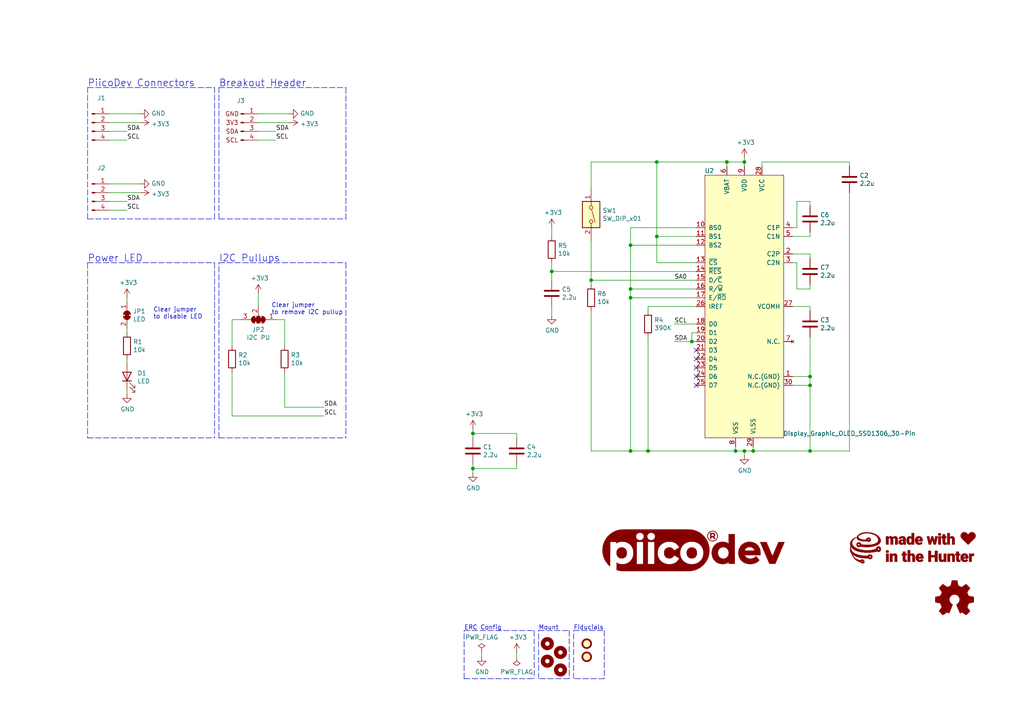
<source format=kicad_sch>
(kicad_sch (version 20211123) (generator eeschema)
  (paper "A4")
  (title_block (title "PiicoDev OLED SSD1306") (date "2022-02-25") (rev "12") (company "Core Electronics") (comment 1 "Designed at Core Electronics by Peter Johnston") (comment 2 "PiicoDev and the PiicoDev logo are trademarks of Core Electronics Pty Ltd") (comment 3 "License: CCASAv4.0 http://creativecommons.org/licenses/by-sa/4.0"))
  (lib_symbols
    (symbol "Connector:Conn_01x04_Male" (pin_names (offset 1.016) hide)
      (property "Reference" "J" (at 0 5.08 0))
      (property "Value" "Conn_01x04_Male" (at 0 -7.62 0))
      (symbol "Conn_01x04_Male_1_1"
        (pin passive line (at 5.08 2.54 180) (length 3.81) (name "Pin_1") (number "1"))
        (pin passive line (at 5.08 0 180) (length 3.81) (name "Pin_2") (number "2"))
        (pin passive line (at 5.08 -2.54 180) (length 3.81) (name "Pin_3") (number "3"))
        (pin passive line (at 5.08 -5.08 180) (length 3.81) (name "Pin_4") (number "4"))
      )
    )
    (symbol "CoreElectronics_Artwork:LOGO_CoreElectronics_no-text" (pin_names (offset 1.016)))
    (symbol "CoreElectronics_Artwork:LOGO_PiicoDev" (pin_names (offset 1.016)))
    (symbol "CoreElectronics_Artwork:LOGO_made-with-love" (pin_names (offset 1.016)))
    (symbol "CoreElectronics_Components:Conn_PiicoDev_header_01x04_Male" (pin_names (offset 1.016) hide)
      (property "Reference" "J" (at 0 7.62 0))
      (property "Value" "Conn_PiicoDev_header_01x04_Male" (at 0 -7.62 0))
      (symbol "Conn_PiicoDev_header_01x04_Male_0_0"
        (text "3V3" (at -2.54 2.54 0) (effects (font (size 1.27 1.27))))
        (text "GND" (at -2.54 5.08 0) (effects (font (size 1.27 1.27))))
        (text "SCL" (at -2.54 -2.54 0) (effects (font (size 1.27 1.27))))
        (text "SDA" (at -2.54 0 0) (effects (font (size 1.27 1.27))))
      )
      (symbol "Conn_PiicoDev_header_01x04_Male_1_1"
        (pin passive line (at 5.08 5.08 180) (length 3.81) (name "Pin_1") (number "1"))
        (pin passive line (at 5.08 2.54 180) (length 3.81) (name "Pin_2") (number "2"))
        (pin passive line (at 5.08 0 180) (length 3.81) (name "Pin_3") (number "3"))
        (pin passive line (at 5.08 -2.54 180) (length 3.81) (name "Pin_4") (number "4"))
      )
    )
    (symbol "CoreElectronics_Components:Display_Graphic_OLED_SSD1306_30-Pin" (pin_names (offset 1.016))
      (property "Reference" "U" (at -10.16 39.37 0))
      (property "Value" "Display_Graphic_OLED_SSD1306_30-Pin" (at 0 -39.37 0))
      (symbol "Display_Graphic_OLED_SSD1306_30-Pin_0_0"
        (pin passive line (at 13.97 -20.32 180) (length 2.54) (name "N.C.(GND)") (number "1"))
        (pin input line (at -13.97 22.86 0) (length 2.54) (name "BS0") (number "10"))
        (pin input line (at -13.97 20.32 0) (length 2.54) (name "BS1") (number "11"))
        (pin input line (at -13.97 17.78 0) (length 2.54) (name "BS2") (number "12"))
        (pin input line (at -13.97 12.7 0) (length 2.54) (name "~{CS}") (number "13"))
        (pin input line (at -13.97 10.16 0) (length 2.54) (name "~{RES}") (number "14"))
        (pin input line (at -13.97 7.62 0) (length 2.54) (name "D/~{C}") (number "15"))
        (pin input line (at -13.97 5.08 0) (length 2.54) (name "R/~{W}") (number "16"))
        (pin input line (at -13.97 2.54 0) (length 2.54) (name "E/~{RD}") (number "17"))
        (pin bidirectional line (at -13.97 -5.08 0) (length 2.54) (name "D0") (number "18"))
        (pin bidirectional line (at -13.97 -7.62 0) (length 2.54) (name "D1") (number "19"))
        (pin passive line (at 13.97 15.24 180) (length 2.54) (name "C2P") (number "2"))
        (pin bidirectional line (at -13.97 -10.16 0) (length 2.54) (name "D2") (number "20"))
        (pin bidirectional line (at -13.97 -12.7 0) (length 2.54) (name "D3") (number "21"))
        (pin bidirectional line (at -13.97 -15.24 0) (length 2.54) (name "D4") (number "22"))
        (pin bidirectional line (at -13.97 -17.78 0) (length 2.54) (name "D5") (number "23"))
        (pin bidirectional line (at -13.97 -20.32 0) (length 2.54) (name "D6") (number "24"))
        (pin bidirectional line (at -13.97 -22.86 0) (length 2.54) (name "D7") (number "25"))
        (pin input line (at -13.97 0 0) (length 2.54) (name "IREF") (number "26"))
        (pin output line (at 13.97 0 180) (length 2.54) (name "VCOMH") (number "27"))
        (pin power_out line (at 5.08 40.64 270) (length 2.54) (name "VCC") (number "28"))
        (pin power_in line (at 2.54 -40.64 90) (length 2.54) (name "VLSS") (number "29"))
        (pin passive line (at 13.97 12.7 180) (length 2.54) (name "C2N") (number "3"))
        (pin passive line (at 13.97 -22.86 180) (length 2.54) (name "N.C.(GND)") (number "30"))
        (pin passive line (at 13.97 22.86 180) (length 2.54) (name "C1P") (number "4"))
        (pin passive line (at 13.97 20.32 180) (length 2.54) (name "C1N") (number "5"))
        (pin power_in line (at -5.08 40.64 270) (length 2.54) (name "VBAT") (number "6"))
        (pin no_connect line (at 13.97 -10.16 180) (length 2.54) (name "N.C.") (number "7"))
        (pin power_in line (at -2.54 -40.64 90) (length 2.54) (name "VSS") (number "8"))
        (pin power_in line (at 0 40.64 270) (length 2.54) (name "VDD") (number "9"))
      )
    )
    (symbol "Device:C" (pin_numbers hide) (pin_names (offset 0.254))
      (property "Reference" "C" (at 0.635 2.54 0))
      (property "Value" "C" (at 0.635 -2.54 0))
      (symbol "C_1_1"
        (pin passive line (at 0 3.81 270) (length 2.794) (name "~") (number "1"))
        (pin passive line (at 0 -3.81 90) (length 2.794) (name "~") (number "2"))
      )
    )
    (symbol "Device:LED" (pin_numbers hide) (pin_names (offset 1.016) hide)
      (property "Reference" "D" (at 0 2.54 0))
      (property "Value" "LED" (at 0 -2.54 0))
      (symbol "LED_1_1"
        (pin passive line (at -3.81 0 0) (length 2.54) (name "K") (number "1"))
        (pin passive line (at 3.81 0 180) (length 2.54) (name "A") (number "2"))
      )
    )
    (symbol "Device:R" (pin_numbers hide) (pin_names (offset 0))
      (property "Reference" "R" (at 2.032 0 90))
      (property "Value" "R" (at 0 0 90))
      (symbol "R_1_1"
        (pin passive line (at 0 3.81 270) (length 1.27) (name "~") (number "1"))
        (pin passive line (at 0 -3.81 90) (length 1.27) (name "~") (number "2"))
      )
    )
    (symbol "Graphic:Logo_Open_Hardware_Small" (pin_names (offset 1.016)))
    (symbol "Jumper:SolderJumper_2_Bridged" (pin_names (offset 0) hide)
      (property "Reference" "JP" (at 0 2.032 0))
      (property "Value" "SolderJumper_2_Bridged" (at 0 -2.54 0))
      (symbol "SolderJumper_2_Bridged_1_1"
        (pin passive line (at -3.81 0 0) (length 2.54) (name "A") (number "1"))
        (pin passive line (at 3.81 0 180) (length 2.54) (name "B") (number "2"))
      )
    )
    (symbol "Jumper:SolderJumper_3_Bridged123" (pin_names (offset 0) hide)
      (property "Reference" "JP" (at -2.54 -2.54 0))
      (property "Value" "SolderJumper_3_Bridged123" (at 0 2.794 0))
      (symbol "SolderJumper_3_Bridged123_1_1"
        (pin passive line (at -5.08 0 0) (length 2.54) (name "A") (number "1"))
        (pin input line (at 0 -3.81 90) (length 2.54) (name "C") (number "2"))
        (pin passive line (at 5.08 0 180) (length 2.54) (name "B") (number "3"))
      )
    )
    (symbol "Mechanical:Fiducial"
      (property "Reference" "FID" (at 0 5.08 0))
      (property "Value" "Fiducial" (at 0 3.175 0))
    )
    (symbol "Mechanical:MountingHole" (pin_names (offset 1.016))
      (property "Reference" "H" (at 0 5.08 0))
      (property "Value" "MountingHole" (at 0 3.175 0))
    )
    (symbol "Switch:SW_DIP_x01" (pin_names (offset 0) hide)
      (property "Reference" "SW" (at 0 3.81 0))
      (property "Value" "SW_DIP_x01" (at 0 -3.81 0))
      (symbol "SW_DIP_x01_1_1"
        (pin passive line (at -7.62 0 0) (length 5.08) (name "~") (number "1"))
        (pin passive line (at 7.62 0 180) (length 5.08) (name "~") (number "2"))
      )
    )
    (symbol "power:+3V3" (power) (pin_names (offset 0))
      (property "Value" "+3V3" (at 0 3.556 0))
      (symbol "+3V3_1_1"
        (pin power_in line (at 0 0 90) (length 0) hide (name "+3V3") (number "1"))
      )
    )
    (symbol "power:GND" (power) (pin_names (offset 0))
      (property "Value" "GND" (at 0 -3.81 0))
      (symbol "GND_1_1"
        (pin power_in line (at 0 0 270) (length 0) hide (name "GND") (number "1"))
      )
    )
    (symbol "power:PWR_FLAG" (power) (pin_numbers hide) (pin_names (offset 0) hide)
      (property "Value" "PWR_FLAG" (at 0 3.81 0))
      (symbol "PWR_FLAG_0_0"
        (pin power_out line (at 0 0 90) (length 0) (name "pwr") (number "1"))
      )
    )
  )
  (junction (at 190.5 68.58))
  (junction (at 187.96 130.81))
  (junction (at 182.88 71.12))
  (junction (at 137.16 135.89))
  (junction (at 137.16 125.73))
  (junction (at 182.88 130.81))
  (junction (at 182.88 86.36))
  (junction (at 213.36 130.81))
  (junction (at 160.02 78.74))
  (junction (at 190.5 46.99))
  (junction (at 171.45 81.28))
  (junction (at 234.95 111.76))
  (junction (at 218.44 130.81))
  (junction (at 215.9 130.81))
  (junction (at 234.95 130.81))
  (junction (at 215.9 46.99))
  (junction (at 210.82 46.99))
  (junction (at 200.66 99.06))
  (junction (at 234.95 109.22))
  (junction (at 182.88 83.82))
  (no_connect (at 201.93 104.14))
  (no_connect (at 201.93 109.22))
  (no_connect (at 201.93 101.6))
  (no_connect (at 201.93 106.68))
  (no_connect (at 201.93 111.76))
  (wire (pts (xy 137.16 135.89) (xy 149.86 135.89)))
  (wire (pts (xy 234.95 109.22) (xy 234.95 111.76)))
  (wire (pts (xy 40.64 33.02) (xy 31.75 33.02)))
  (wire (pts (xy 215.9 46.99) (xy 215.9 45.72)))
  (polyline (pts (xy 100.33 25.4) (xy 100.33 63.5)))
  (wire (pts (xy 82.55 107.95) (xy 82.55 118.11)))
  (wire (pts (xy 82.55 100.33) (xy 82.55 92.71)))
  (wire (pts (xy 190.5 76.2) (xy 190.5 68.58)))
  (wire (pts (xy 160.02 78.74) (xy 201.93 78.74)))
  (polyline (pts (xy 165.1 196.85) (xy 156.21 196.85)))
  (polyline (pts (xy 156.21 182.88) (xy 165.1 182.88)))
  (wire (pts (xy 182.88 66.04) (xy 201.93 66.04)))
  (polyline (pts (xy 134.62 196.85) (xy 134.62 182.88)))
  (wire (pts (xy 171.45 54.61) (xy 171.45 46.99)))
  (wire (pts (xy 149.86 189.23) (xy 149.86 190.5)))
  (polyline (pts (xy 63.5 127) (xy 63.5 76.2)))
  (wire (pts (xy 200.66 96.52) (xy 200.66 99.06)))
  (wire (pts (xy 215.9 130.81) (xy 215.9 132.08)))
  (wire (pts (xy 67.31 100.33) (xy 67.31 92.71)))
  (wire (pts (xy 213.36 130.81) (xy 215.9 130.81)))
  (wire (pts (xy 229.87 68.58) (xy 234.95 68.58)))
  (polyline (pts (xy 175.26 196.85) (xy 166.37 196.85)))
  (wire (pts (xy 137.16 125.73) (xy 149.86 125.73)))
  (wire (pts (xy 82.55 118.11) (xy 93.98 118.11)))
  (wire (pts (xy 231.14 66.04) (xy 229.87 66.04)))
  (polyline (pts (xy 25.4 76.2) (xy 25.4 127)))
  (wire (pts (xy 182.88 86.36) (xy 201.93 86.36)))
  (wire (pts (xy 187.96 97.79) (xy 187.96 130.81)))
  (wire (pts (xy 229.87 73.66) (xy 234.95 73.66)))
  (wire (pts (xy 67.31 107.95) (xy 67.31 120.65)))
  (wire (pts (xy 80.01 38.1) (xy 74.93 38.1)))
  (wire (pts (xy 67.31 92.71) (xy 69.85 92.71)))
  (wire (pts (xy 182.88 71.12) (xy 182.88 83.82)))
  (wire (pts (xy 210.82 48.26) (xy 210.82 46.99)))
  (wire (pts (xy 229.87 109.22) (xy 234.95 109.22)))
  (wire (pts (xy 234.95 83.82) (xy 231.14 83.82)))
  (wire (pts (xy 36.83 87.63) (xy 36.83 86.36)))
  (wire (pts (xy 80.01 40.64) (xy 74.93 40.64)))
  (wire (pts (xy 67.31 120.65) (xy 93.98 120.65)))
  (wire (pts (xy 234.95 68.58) (xy 234.95 67.31)))
  (wire (pts (xy 149.86 134.62) (xy 149.86 135.89)))
  (wire (pts (xy 246.38 130.81) (xy 234.95 130.81)))
  (wire (pts (xy 229.87 88.9) (xy 234.95 88.9)))
  (polyline (pts (xy 25.4 63.5) (xy 62.23 63.5)))
  (polyline (pts (xy 166.37 196.85) (xy 166.37 182.88)))
  (wire (pts (xy 213.36 129.54) (xy 213.36 130.81)))
  (wire (pts (xy 160.02 78.74) (xy 160.02 81.28)))
  (wire (pts (xy 201.93 76.2) (xy 190.5 76.2)))
  (wire (pts (xy 36.83 40.64) (xy 31.75 40.64)))
  (wire (pts (xy 246.38 55.88) (xy 246.38 130.81)))
  (wire (pts (xy 36.83 114.3) (xy 36.83 113.03)))
  (wire (pts (xy 182.88 130.81) (xy 187.96 130.81)))
  (wire (pts (xy 137.16 124.46) (xy 137.16 125.73)))
  (wire (pts (xy 182.88 83.82) (xy 182.88 86.36)))
  (wire (pts (xy 160.02 66.04) (xy 160.02 68.58)))
  (wire (pts (xy 31.75 35.56) (xy 40.64 35.56)))
  (polyline (pts (xy 25.4 25.4) (xy 62.23 25.4)))
  (polyline (pts (xy 25.4 127) (xy 62.23 127)))
  (wire (pts (xy 234.95 59.69) (xy 234.95 58.42)))
  (polyline (pts (xy 63.5 25.4) (xy 100.33 25.4)))
  (polyline (pts (xy 62.23 76.2) (xy 62.23 127)))
  (wire (pts (xy 200.66 99.06) (xy 201.93 99.06)))
  (wire (pts (xy 36.83 60.96) (xy 31.75 60.96)))
  (wire (pts (xy 182.88 86.36) (xy 182.88 130.81)))
  (polyline (pts (xy 100.33 76.2) (xy 100.33 127)))
  (wire (pts (xy 190.5 68.58) (xy 190.5 46.99)))
  (polyline (pts (xy 156.21 196.85) (xy 156.21 182.88)))
  (polyline (pts (xy 63.5 63.5) (xy 100.33 63.5)))
  (wire (pts (xy 231.14 76.2) (xy 229.87 76.2)))
  (polyline (pts (xy 175.26 182.88) (xy 175.26 196.85)))
  (wire (pts (xy 229.87 111.76) (xy 234.95 111.76)))
  (wire (pts (xy 234.95 111.76) (xy 234.95 130.81)))
  (polyline (pts (xy 62.23 63.5) (xy 62.23 25.4)))
  (polyline (pts (xy 63.5 63.5) (xy 63.5 25.4)))
  (wire (pts (xy 149.86 125.73) (xy 149.86 127)))
  (wire (pts (xy 160.02 88.9) (xy 160.02 91.44)))
  (wire (pts (xy 74.93 35.56) (xy 83.82 35.56)))
  (wire (pts (xy 187.96 88.9) (xy 201.93 88.9)))
  (wire (pts (xy 82.55 92.71) (xy 80.01 92.71)))
  (wire (pts (xy 171.45 130.81) (xy 182.88 130.81)))
  (polyline (pts (xy 134.62 182.88) (xy 154.94 182.88)))
  (wire (pts (xy 234.95 73.66) (xy 234.95 74.93)))
  (wire (pts (xy 234.95 88.9) (xy 234.95 90.17)))
  (polyline (pts (xy 134.62 196.85) (xy 154.94 196.85)))
  (wire (pts (xy 31.75 55.88) (xy 40.64 55.88)))
  (wire (pts (xy 36.83 105.41) (xy 36.83 104.14)))
  (wire (pts (xy 218.44 130.81) (xy 215.9 130.81)))
  (wire (pts (xy 36.83 58.42) (xy 31.75 58.42)))
  (wire (pts (xy 246.38 46.99) (xy 246.38 48.26)))
  (wire (pts (xy 210.82 46.99) (xy 215.9 46.99)))
  (wire (pts (xy 220.98 48.26) (xy 220.98 46.99)))
  (wire (pts (xy 182.88 66.04) (xy 182.88 71.12)))
  (wire (pts (xy 160.02 76.2) (xy 160.02 78.74)))
  (wire (pts (xy 137.16 134.62) (xy 137.16 135.89)))
  (polyline (pts (xy 63.5 127) (xy 100.33 127)))
  (wire (pts (xy 201.93 93.98) (xy 195.58 93.98)))
  (wire (pts (xy 182.88 71.12) (xy 201.93 71.12)))
  (wire (pts (xy 171.45 81.28) (xy 171.45 82.55)))
  (wire (pts (xy 36.83 38.1) (xy 31.75 38.1)))
  (wire (pts (xy 74.93 85.09) (xy 74.93 88.9)))
  (wire (pts (xy 36.83 96.52) (xy 36.83 95.25)))
  (polyline (pts (xy 166.37 182.88) (xy 175.26 182.88)))
  (wire (pts (xy 215.9 48.26) (xy 215.9 46.99)))
  (wire (pts (xy 171.45 46.99) (xy 190.5 46.99)))
  (wire (pts (xy 40.64 53.34) (xy 31.75 53.34)))
  (wire (pts (xy 234.95 82.55) (xy 234.95 83.82)))
  (wire (pts (xy 187.96 130.81) (xy 213.36 130.81)))
  (wire (pts (xy 171.45 81.28) (xy 201.93 81.28)))
  (wire (pts (xy 218.44 130.81) (xy 234.95 130.81)))
  (wire (pts (xy 182.88 83.82) (xy 201.93 83.82)))
  (wire (pts (xy 220.98 46.99) (xy 246.38 46.99)))
  (wire (pts (xy 218.44 129.54) (xy 218.44 130.81)))
  (wire (pts (xy 231.14 58.42) (xy 231.14 66.04)))
  (wire (pts (xy 200.66 99.06) (xy 195.58 99.06)))
  (wire (pts (xy 234.95 58.42) (xy 231.14 58.42)))
  (wire (pts (xy 137.16 135.89) (xy 137.16 137.16)))
  (polyline (pts (xy 25.4 76.2) (xy 62.23 76.2)))
  (polyline (pts (xy 154.94 182.88) (xy 154.94 196.85)))
  (wire (pts (xy 234.95 97.79) (xy 234.95 109.22)))
  (wire (pts (xy 201.93 68.58) (xy 190.5 68.58)))
  (wire (pts (xy 171.45 69.85) (xy 171.45 81.28)))
  (polyline (pts (xy 165.1 182.88) (xy 165.1 196.85)))
  (wire (pts (xy 187.96 88.9) (xy 187.96 90.17)))
  (wire (pts (xy 139.7 189.23) (xy 139.7 190.5)))
  (wire (pts (xy 83.82 33.02) (xy 74.93 33.02)))
  (wire (pts (xy 137.16 125.73) (xy 137.16 127)))
  (polyline (pts (xy 63.5 76.2) (xy 100.33 76.2)))
  (polyline (pts (xy 25.4 63.5) (xy 25.4 25.4)))
  (wire (pts (xy 201.93 96.52) (xy 200.66 96.52)))
  (wire (pts (xy 190.5 46.99) (xy 210.82 46.99)))
  (wire (pts (xy 171.45 90.17) (xy 171.45 130.81)))
  (wire (pts (xy 231.14 83.82) (xy 231.14 76.2)))
  (text "PiicoDev Connectors" (at 25.4 25.4 0) (effects (font (size 2.0066 2.0066)) (justify left bottom)))
  (text "Breakout Header" (at 63.5 25.4 0) (effects (font (size 2.0066 2.0066)) (justify left bottom)))
  (text "Clear jumper \nto disable LED" (at 44.45 92.71 0) (effects (font (size 1.27 1.27)) (justify left bottom)))
  (text "Power LED" (at 25.4 76.2 0) (effects (font (size 2.0066 2.0066)) (justify left bottom)))
  (text "Clear jumper \nto remove I2C pullup" (at 78.74 91.44 0) (effects (font (size 1.27 1.27)) (justify left bottom)))
  (text "ERC Config" (at 134.62 182.88 0) (effects (font (size 1.27 1.27)) (justify left bottom)))
  (text "Fiducials" (at 166.37 182.88 0) (effects (font (size 1.27 1.27)) (justify left bottom)))
  (text "Mount" (at 156.21 182.88 0) (effects (font (size 1.27 1.27)) (justify left bottom)))
  (text "I2C Pullups" (at 63.5 76.2 0) (effects (font (size 2.0066 2.0066)) (justify left bottom)))
  (label "SDA" (at 80.01 38.1 0))
  (label "SCL" (at 36.83 60.96 0))
  (label "SCL" (at 195.58 93.98 0))
  (label "SCL" (at 36.83 40.64 0))
  (label "SDA" (at 195.58 99.06 0))
  (label "SA0" (at 195.58 81.28 0))
  (label "SCL" (at 93.98 120.65 0))
  (label "SDA" (at 36.83 38.1 0))
  (label "SCL" (at 80.01 40.64 0))
  (label "SDA" (at 36.83 58.42 0))
  (label "SDA" (at 93.98 118.11 0))
  (symbol (lib_id "CoreElectronics_Artwork:LOGO_PiicoDev") (at 203.2 160.02 0) (unit 1)
    (property "Reference" "#G1" (effects hide))
    (property "Value" "LOGO_PiicoDev" (effects hide))
  )
  (symbol (lib_id "CoreElectronics_Artwork:LOGO_made-with-love") (at 269.24 158.75 0) (unit 1)
    (property "Reference" "G3" (effects hide))
    (property "Value" "LOGO_made-with-love" (effects hide))
    (property "Footprint" "CoreElectronics_Artwork:piicodev_logo_14.2x3.4mm" (effects hide))
  )
  (symbol (lib_id "CoreElectronics_Artwork:LOGO_CoreElectronics_no-text") (at 251.46 158.75 0) (unit 1)
    (property "Reference" "G2" (effects hide))
    (property "Value" "LOGO_CoreElectronics_no-text" (effects hide))
    (property "Footprint" "CoreElectronics_Artwork:CoreElectronics_logo_5mm" (effects hide))
  )
  (symbol (lib_id "Graphic:Logo_Open_Hardware_Small") (at 276.86 173.99 0) (unit 1)
    (property "Reference" "LOGO1" (effects hide))
    (property "Value" "Logo_Open_Hardware_Small" (effects hide))
    (property "Footprint" "CoreElectronics_Artwork:oshw" (effects hide))
  )
  (symbol (lib_id "power:PWR_FLAG") (at 139.7 189.23 0) (unit 1)
    (property "Reference" "#FLG0101" (effects hide))
    (property "Value" "PWR_FLAG" (at 139.7 184.8358 0))
  )
  (symbol (lib_id "power:PWR_FLAG") (at 149.86 190.5 180) (unit 1)
    (property "Reference" "#FLG0102" (effects hide))
    (property "Value" "PWR_FLAG" (at 149.86 194.8942 0))
  )
  (symbol (lib_id "power:GND") (at 139.7 190.5 0) (unit 1)
    (property "Reference" "#PWR0101" (effects hide))
    (property "Value" "GND" (at 139.827 194.8942 0))
  )
  (symbol (lib_id "power:+3V3") (at 149.86 189.23 0) (unit 1)
    (property "Reference" "#PWR0102" (effects hide))
    (property "Value" "+3V3" (at 150.241 184.8358 0))
  )
  (symbol (lib_id "Mechanical:MountingHole") (at 158.75 191.77 0) (unit 1)
    (property "Reference" "H2" (effects hide))
    (property "Value" "MountingHole" (effects hide))
    (property "Footprint" "CoreElectronics_Components:MountingHole_2.7mm_M2.5_PadClearance_1.2" (effects hide))
  )
  (symbol (lib_id "Mechanical:MountingHole") (at 158.75 186.69 0) (unit 1)
    (property "Reference" "H1" (effects hide))
    (property "Value" "MountingHole" (effects hide))
    (property "Footprint" "CoreElectronics_Components:MountingHole_2.7mm_M2.5_PadClearance_1.2" (effects hide))
  )
  (symbol (lib_id "Mechanical:Fiducial") (at 170.18 190.5 0) (unit 1)
    (property "Reference" "FID2" (effects hide))
    (property "Value" "Fiducial" (effects hide))
    (property "Footprint" "Fiducial:Fiducial_1mm_Mask2mm" (effects hide))
  )
  (symbol (lib_id "Mechanical:Fiducial") (at 170.18 186.69 0) (unit 1)
    (property "Reference" "FID1" (effects hide))
    (property "Value" "Fiducial" (effects hide))
    (property "Footprint" "Fiducial:Fiducial_1mm_Mask2mm" (effects hide))
  )
  (symbol (lib_id "Connector:Conn_01x04_Male") (at 26.67 35.56 0) (unit 1)
    (property "Reference" "J1" (at 29.4132 28.4226 0))
    (property "Value" " " (at 29.4132 30.734 0))
    (property "Footprint" "Connector_JST:JST_SH_SM04B-SRSS-TB_1x04-1MP_P1.00mm_Horizontal" (effects hide))
  )
  (symbol (lib_id "power:+3V3") (at 40.64 35.56 270) (unit 1)
    (property "Reference" "#PWR0103" (effects hide))
    (property "Value" "+3V3" (at 43.8912 35.941 90) (effects (justify left)))
  )
  (symbol (lib_id "power:GND") (at 40.64 33.02 90) (unit 1)
    (property "Reference" "#PWR0104" (effects hide))
    (property "Value" "GND" (at 43.8912 32.893 90) (effects (justify right)))
  )
  (symbol (lib_id "Connector:Conn_01x04_Male") (at 26.67 55.88 0) (unit 1)
    (property "Reference" "J2" (at 29.4132 48.7426 0))
    (property "Value" " " (at 29.4132 51.054 0))
    (property "Footprint" "Connector_JST:JST_SH_SM04B-SRSS-TB_1x04-1MP_P1.00mm_Horizontal" (effects hide))
  )
  (symbol (lib_id "power:+3V3") (at 40.64 55.88 270) (unit 1)
    (property "Reference" "#PWR0105" (effects hide))
    (property "Value" "+3V3" (at 43.8912 56.261 90) (effects (justify left)))
  )
  (symbol (lib_id "power:GND") (at 40.64 53.34 90) (unit 1)
    (property "Reference" "#PWR0106" (effects hide))
    (property "Value" "GND" (at 43.8912 53.213 90) (effects (justify right)))
  )
  (symbol (lib_id "power:+3V3") (at 83.82 35.56 270) (unit 1)
    (property "Reference" "#PWR0107" (effects hide))
    (property "Value" "+3V3" (at 87.0712 35.941 90) (effects (justify left)))
  )
  (symbol (lib_id "power:GND") (at 83.82 33.02 90) (unit 1)
    (property "Reference" "#PWR0108" (effects hide))
    (property "Value" "GND" (at 87.0712 32.893 90) (effects (justify right)))
  )
  (symbol (lib_id "CoreElectronics_Components:Conn_PiicoDev_header_01x04_Male") (at 69.85 38.1 0) (unit 1)
    (property "Reference" "J3" (at 69.85 29.21 0))
    (property "Value" "Conn_PiicoDev_header_01x04_Male" (effects hide))
    (property "Footprint" "CoreElectronics_Components:PiicoDev_header_4pin_no_labels" (effects hide))
  )
  (symbol (lib_id "Device:R") (at 82.55 104.14 0) (unit 1)
    (property "Reference" "R3" (at 84.328 102.9716 0) (effects (justify left)))
    (property "Value" "10k" (at 84.328 105.283 0) (effects (justify left)))
    (property "Footprint" "Resistor_SMD:R_0402_1005Metric" (effects hide))
  )
  (symbol (lib_id "Jumper:SolderJumper_3_Bridged123") (at 74.93 92.71 180) (unit 1)
    (property "Reference" "JP2" (at 74.93 95.5802 0))
    (property "Value" "I2C PU" (at 74.93 97.8916 0))
    (property "Footprint" "CoreElectronics_Components:SolderJumper-3_P1.3mm_Closed_RoundedPad1.0x1.5mm_NumberLabels" (effects hide))
  )
  (symbol (lib_id "Device:R") (at 67.31 104.14 0) (unit 1)
    (property "Reference" "R2" (at 69.088 102.9716 0) (effects (justify left)))
    (property "Value" "10k" (at 69.088 105.283 0) (effects (justify left)))
    (property "Footprint" "Resistor_SMD:R_0402_1005Metric" (effects hide))
  )
  (symbol (lib_id "power:+3V3") (at 74.93 85.09 0) (unit 1)
    (property "Reference" "#PWR0109" (effects hide))
    (property "Value" "+3V3" (at 75.311 80.6958 0))
  )
  (symbol (lib_id "Device:LED") (at 36.83 109.22 90) (unit 1)
    (property "Reference" "D1" (at 39.8272 108.2294 90) (effects (justify right)))
    (property "Value" "LED" (at 39.8272 110.5408 90) (effects (justify right)))
    (property "Footprint" "LED_SMD:LED_0603_1608Metric" (effects hide))
  )
  (symbol (lib_id "power:GND") (at 36.83 114.3 0) (unit 1)
    (property "Reference" "#PWR0110" (effects hide))
    (property "Value" "GND" (at 36.957 118.6942 0))
  )
  (symbol (lib_id "power:+3V3") (at 36.83 86.36 0) (unit 1)
    (property "Reference" "#PWR0111" (effects hide))
    (property "Value" "+3V3" (at 37.211 81.9658 0))
  )
  (symbol (lib_id "Jumper:SolderJumper_2_Bridged") (at 36.83 91.44 270) (unit 1)
    (property "Reference" "JP1" (at 38.5572 90.2716 90) (effects (justify left)))
    (property "Value" "LED" (at 38.5572 92.583 90) (effects (justify left)))
    (property "Footprint" "CoreElectronics_Components:SolderJumper-2_P1.3mm_Bridged_RoundedPad1.0x1.5mm" (effects hide))
  )
  (symbol (lib_id "Device:R") (at 36.83 100.33 0) (unit 1)
    (property "Reference" "R1" (at 38.608 99.1616 0) (effects (justify left)))
    (property "Value" "10k" (at 38.608 101.473 0) (effects (justify left)))
    (property "Footprint" "Resistor_SMD:R_0402_1005Metric" (effects hide))
  )
  (symbol (lib_id "Device:C") (at 137.16 130.81 0) (unit 1)
    (property "Reference" "C1" (at 140.081 129.6416 0) (effects (justify left)))
    (property "Value" "2.2u" (at 140.081 131.953 0) (effects (justify left)))
    (property "Footprint" "Capacitor_SMD:C_0402_1005Metric" (effects hide))
  )
  (symbol (lib_id "Device:C") (at 246.38 52.07 0) (unit 1)
    (property "Reference" "C2" (at 249.301 50.9016 0) (effects (justify left)))
    (property "Value" "2.2u" (at 249.301 53.213 0) (effects (justify left)))
    (property "Footprint" "Capacitor_SMD:C_0402_1005Metric" (effects hide))
  )
  (symbol (lib_id "Device:C") (at 234.95 63.5 0) (unit 1)
    (property "Reference" "C6" (at 237.871 62.3316 0) (effects (justify left)))
    (property "Value" "2.2u" (at 237.871 64.643 0) (effects (justify left)))
    (property "Footprint" "Capacitor_SMD:C_0402_1005Metric" (effects hide))
  )
  (symbol (lib_id "Device:R") (at 187.96 93.98 0) (unit 1)
    (property "Reference" "R4" (at 189.738 92.8116 0) (effects (justify left)))
    (property "Value" "390K" (at 189.738 95.123 0) (effects (justify left)))
    (property "Footprint" "Resistor_SMD:R_0402_1005Metric" (effects hide))
  )
  (symbol (lib_id "Device:C") (at 234.95 93.98 0) (unit 1)
    (property "Reference" "C3" (at 237.871 92.8116 0) (effects (justify left)))
    (property "Value" "2.2u" (at 237.871 95.123 0) (effects (justify left)))
    (property "Footprint" "Capacitor_SMD:C_0402_1005Metric" (effects hide))
  )
  (symbol (lib_id "Device:C") (at 234.95 78.74 0) (unit 1)
    (property "Reference" "C7" (at 237.871 77.5716 0) (effects (justify left)))
    (property "Value" "2.2u" (at 237.871 79.883 0) (effects (justify left)))
    (property "Footprint" "Capacitor_SMD:C_0402_1005Metric" (effects hide))
  )
  (symbol (lib_id "CoreElectronics_Components:Display_Graphic_OLED_SSD1306_30-Pin") (at 215.9 88.9 0) (unit 1)
    (property "Reference" "U2" (at 205.74 49.53 0))
    (property "Value" "Display_Graphic_OLED_SSD1306_30-Pin" (at 246.38 125.73 0))
    (property "Footprint" "Display:OLED-128O064D" (effects hide))
  )
  (symbol (lib_id "power:GND") (at 215.9 132.08 0) (unit 1)
    (property "Reference" "#PWR06" (effects hide))
    (property "Value" "GND" (at 216.027 136.4742 0))
  )
  (symbol (lib_id "power:+3V3") (at 215.9 45.72 0) (unit 1)
    (property "Reference" "#PWR05" (effects hide))
    (property "Value" "+3V3" (at 216.281 41.3258 0))
  )
  (symbol (lib_id "power:+3V3") (at 160.02 66.04 0) (unit 1)
    (property "Reference" "#PWR03" (effects hide))
    (property "Value" "+3V3" (at 160.401 61.6458 0))
  )
  (symbol (lib_id "Device:R") (at 160.02 72.39 0) (unit 1)
    (property "Reference" "R5" (at 161.798 71.2216 0) (effects (justify left)))
    (property "Value" "10k" (at 161.798 73.533 0) (effects (justify left)))
    (property "Footprint" "Resistor_SMD:R_0402_1005Metric" (effects hide))
  )
  (symbol (lib_id "Device:C") (at 160.02 85.09 0) (unit 1)
    (property "Reference" "C5" (at 162.941 83.9216 0) (effects (justify left)))
    (property "Value" "2.2u" (at 162.941 86.233 0) (effects (justify left)))
    (property "Footprint" "Capacitor_SMD:C_0402_1005Metric" (effects hide))
  )
  (symbol (lib_id "power:GND") (at 160.02 91.44 0) (unit 1)
    (property "Reference" "#PWR04" (effects hide))
    (property "Value" "GND" (at 160.147 95.8342 0))
  )
  (symbol (lib_id "Device:R") (at 171.45 86.36 0) (unit 1)
    (property "Reference" "R6" (at 173.228 85.1916 0) (effects (justify left)))
    (property "Value" "10k" (at 173.228 87.503 0) (effects (justify left)))
    (property "Footprint" "Resistor_SMD:R_0402_1005Metric" (effects hide))
  )
  (symbol (lib_id "Device:C") (at 149.86 130.81 0) (unit 1)
    (property "Reference" "C4" (at 152.781 129.6416 0) (effects (justify left)))
    (property "Value" "2.2u" (at 152.781 131.953 0) (effects (justify left)))
    (property "Footprint" "Capacitor_SMD:C_0402_1005Metric" (effects hide))
  )
  (symbol (lib_id "power:GND") (at 137.16 137.16 0) (unit 1)
    (property "Reference" "#PWR02" (effects hide))
    (property "Value" "GND" (at 137.287 141.5542 0))
  )
  (symbol (lib_id "power:+3V3") (at 137.16 124.46 0) (unit 1)
    (property "Reference" "#PWR01" (effects hide))
    (property "Value" "+3V3" (at 137.541 120.0658 0))
  )
  (symbol (lib_id "Mechanical:MountingHole") (at 162.56 189.23 0) (unit 1)
    (property "Reference" "H3" (effects hide))
    (property "Value" "MountingHole" (effects hide))
    (property "Footprint" "PiicoDev OLED SSD1306:OLED_SSD1306_Hole" (effects hide))
  )
  (symbol (lib_id "Mechanical:MountingHole") (at 162.56 194.31 0) (unit 1)
    (property "Reference" "H4" (effects hide))
    (property "Value" "MountingHole" (effects hide))
    (property "Footprint" "PiicoDev OLED SSD1306:OLED_SSD1306_Hole" (effects hide))
  )
  (symbol (lib_id "Switch:SW_DIP_x01") (at 171.45 62.23 270) (unit 1)
    (property "Reference" "SW1" (at 174.752 61.0616 90) (effects (justify left)))
    (property "Value" "SW_DIP_x01" (at 174.752 63.373 90) (effects (justify left)))
    (property "Footprint" "CoreElectronics_Components:SW_DIP_x01_Slide_CHS-01A1" (effects hide))
  )
)
</source>
